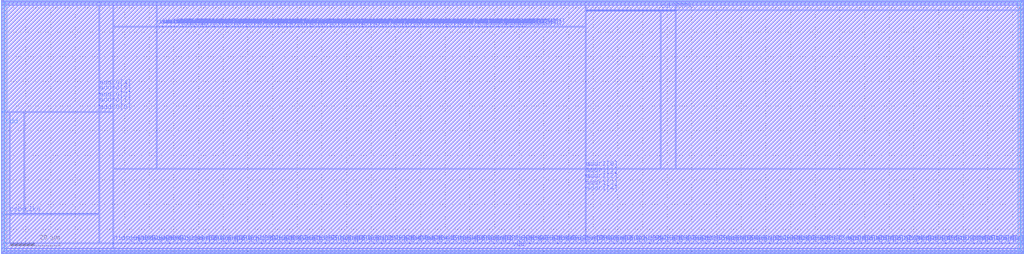
<source format=lef>
VERSION 5.4 ;
NAMESCASESENSITIVE ON ;
BUSBITCHARS "[]" ;
DIVIDERCHAR "/" ;
UNITS
  DATABASE MICRONS 2000 ;
END UNITS
MACRO freepdk45_sram_1w1r_31x128
   CLASS BLOCK ;
   SIZE 414.54 BY 103.18 ;
   SYMMETRY X Y R90 ;
   PIN din0[0]
      DIRECTION INPUT ;
      PORT
         LAYER metal3 ;
         RECT  45.425 4.2375 45.56 4.3725 ;
      END
   END din0[0]
   PIN din0[1]
      DIRECTION INPUT ;
      PORT
         LAYER metal3 ;
         RECT  48.285 4.2375 48.42 4.3725 ;
      END
   END din0[1]
   PIN din0[2]
      DIRECTION INPUT ;
      PORT
         LAYER metal3 ;
         RECT  51.145 4.2375 51.28 4.3725 ;
      END
   END din0[2]
   PIN din0[3]
      DIRECTION INPUT ;
      PORT
         LAYER metal3 ;
         RECT  54.005 4.2375 54.14 4.3725 ;
      END
   END din0[3]
   PIN din0[4]
      DIRECTION INPUT ;
      PORT
         LAYER metal3 ;
         RECT  56.865 4.2375 57.0 4.3725 ;
      END
   END din0[4]
   PIN din0[5]
      DIRECTION INPUT ;
      PORT
         LAYER metal3 ;
         RECT  59.725 4.2375 59.86 4.3725 ;
      END
   END din0[5]
   PIN din0[6]
      DIRECTION INPUT ;
      PORT
         LAYER metal3 ;
         RECT  62.585 4.2375 62.72 4.3725 ;
      END
   END din0[6]
   PIN din0[7]
      DIRECTION INPUT ;
      PORT
         LAYER metal3 ;
         RECT  65.445 4.2375 65.58 4.3725 ;
      END
   END din0[7]
   PIN din0[8]
      DIRECTION INPUT ;
      PORT
         LAYER metal3 ;
         RECT  68.305 4.2375 68.44 4.3725 ;
      END
   END din0[8]
   PIN din0[9]
      DIRECTION INPUT ;
      PORT
         LAYER metal3 ;
         RECT  71.165 4.2375 71.3 4.3725 ;
      END
   END din0[9]
   PIN din0[10]
      DIRECTION INPUT ;
      PORT
         LAYER metal3 ;
         RECT  74.025 4.2375 74.16 4.3725 ;
      END
   END din0[10]
   PIN din0[11]
      DIRECTION INPUT ;
      PORT
         LAYER metal3 ;
         RECT  76.885 4.2375 77.02 4.3725 ;
      END
   END din0[11]
   PIN din0[12]
      DIRECTION INPUT ;
      PORT
         LAYER metal3 ;
         RECT  79.745 4.2375 79.88 4.3725 ;
      END
   END din0[12]
   PIN din0[13]
      DIRECTION INPUT ;
      PORT
         LAYER metal3 ;
         RECT  82.605 4.2375 82.74 4.3725 ;
      END
   END din0[13]
   PIN din0[14]
      DIRECTION INPUT ;
      PORT
         LAYER metal3 ;
         RECT  85.465 4.2375 85.6 4.3725 ;
      END
   END din0[14]
   PIN din0[15]
      DIRECTION INPUT ;
      PORT
         LAYER metal3 ;
         RECT  88.325 4.2375 88.46 4.3725 ;
      END
   END din0[15]
   PIN din0[16]
      DIRECTION INPUT ;
      PORT
         LAYER metal3 ;
         RECT  91.185 4.2375 91.32 4.3725 ;
      END
   END din0[16]
   PIN din0[17]
      DIRECTION INPUT ;
      PORT
         LAYER metal3 ;
         RECT  94.045 4.2375 94.18 4.3725 ;
      END
   END din0[17]
   PIN din0[18]
      DIRECTION INPUT ;
      PORT
         LAYER metal3 ;
         RECT  96.905 4.2375 97.04 4.3725 ;
      END
   END din0[18]
   PIN din0[19]
      DIRECTION INPUT ;
      PORT
         LAYER metal3 ;
         RECT  99.765 4.2375 99.9 4.3725 ;
      END
   END din0[19]
   PIN din0[20]
      DIRECTION INPUT ;
      PORT
         LAYER metal3 ;
         RECT  102.625 4.2375 102.76 4.3725 ;
      END
   END din0[20]
   PIN din0[21]
      DIRECTION INPUT ;
      PORT
         LAYER metal3 ;
         RECT  105.485 4.2375 105.62 4.3725 ;
      END
   END din0[21]
   PIN din0[22]
      DIRECTION INPUT ;
      PORT
         LAYER metal3 ;
         RECT  108.345 4.2375 108.48 4.3725 ;
      END
   END din0[22]
   PIN din0[23]
      DIRECTION INPUT ;
      PORT
         LAYER metal3 ;
         RECT  111.205 4.2375 111.34 4.3725 ;
      END
   END din0[23]
   PIN din0[24]
      DIRECTION INPUT ;
      PORT
         LAYER metal3 ;
         RECT  114.065 4.2375 114.2 4.3725 ;
      END
   END din0[24]
   PIN din0[25]
      DIRECTION INPUT ;
      PORT
         LAYER metal3 ;
         RECT  116.925 4.2375 117.06 4.3725 ;
      END
   END din0[25]
   PIN din0[26]
      DIRECTION INPUT ;
      PORT
         LAYER metal3 ;
         RECT  119.785 4.2375 119.92 4.3725 ;
      END
   END din0[26]
   PIN din0[27]
      DIRECTION INPUT ;
      PORT
         LAYER metal3 ;
         RECT  122.645 4.2375 122.78 4.3725 ;
      END
   END din0[27]
   PIN din0[28]
      DIRECTION INPUT ;
      PORT
         LAYER metal3 ;
         RECT  125.505 4.2375 125.64 4.3725 ;
      END
   END din0[28]
   PIN din0[29]
      DIRECTION INPUT ;
      PORT
         LAYER metal3 ;
         RECT  128.365 4.2375 128.5 4.3725 ;
      END
   END din0[29]
   PIN din0[30]
      DIRECTION INPUT ;
      PORT
         LAYER metal3 ;
         RECT  131.225 4.2375 131.36 4.3725 ;
      END
   END din0[30]
   PIN din0[31]
      DIRECTION INPUT ;
      PORT
         LAYER metal3 ;
         RECT  134.085 4.2375 134.22 4.3725 ;
      END
   END din0[31]
   PIN din0[32]
      DIRECTION INPUT ;
      PORT
         LAYER metal3 ;
         RECT  136.945 4.2375 137.08 4.3725 ;
      END
   END din0[32]
   PIN din0[33]
      DIRECTION INPUT ;
      PORT
         LAYER metal3 ;
         RECT  139.805 4.2375 139.94 4.3725 ;
      END
   END din0[33]
   PIN din0[34]
      DIRECTION INPUT ;
      PORT
         LAYER metal3 ;
         RECT  142.665 4.2375 142.8 4.3725 ;
      END
   END din0[34]
   PIN din0[35]
      DIRECTION INPUT ;
      PORT
         LAYER metal3 ;
         RECT  145.525 4.2375 145.66 4.3725 ;
      END
   END din0[35]
   PIN din0[36]
      DIRECTION INPUT ;
      PORT
         LAYER metal3 ;
         RECT  148.385 4.2375 148.52 4.3725 ;
      END
   END din0[36]
   PIN din0[37]
      DIRECTION INPUT ;
      PORT
         LAYER metal3 ;
         RECT  151.245 4.2375 151.38 4.3725 ;
      END
   END din0[37]
   PIN din0[38]
      DIRECTION INPUT ;
      PORT
         LAYER metal3 ;
         RECT  154.105 4.2375 154.24 4.3725 ;
      END
   END din0[38]
   PIN din0[39]
      DIRECTION INPUT ;
      PORT
         LAYER metal3 ;
         RECT  156.965 4.2375 157.1 4.3725 ;
      END
   END din0[39]
   PIN din0[40]
      DIRECTION INPUT ;
      PORT
         LAYER metal3 ;
         RECT  159.825 4.2375 159.96 4.3725 ;
      END
   END din0[40]
   PIN din0[41]
      DIRECTION INPUT ;
      PORT
         LAYER metal3 ;
         RECT  162.685 4.2375 162.82 4.3725 ;
      END
   END din0[41]
   PIN din0[42]
      DIRECTION INPUT ;
      PORT
         LAYER metal3 ;
         RECT  165.545 4.2375 165.68 4.3725 ;
      END
   END din0[42]
   PIN din0[43]
      DIRECTION INPUT ;
      PORT
         LAYER metal3 ;
         RECT  168.405 4.2375 168.54 4.3725 ;
      END
   END din0[43]
   PIN din0[44]
      DIRECTION INPUT ;
      PORT
         LAYER metal3 ;
         RECT  171.265 4.2375 171.4 4.3725 ;
      END
   END din0[44]
   PIN din0[45]
      DIRECTION INPUT ;
      PORT
         LAYER metal3 ;
         RECT  174.125 4.2375 174.26 4.3725 ;
      END
   END din0[45]
   PIN din0[46]
      DIRECTION INPUT ;
      PORT
         LAYER metal3 ;
         RECT  176.985 4.2375 177.12 4.3725 ;
      END
   END din0[46]
   PIN din0[47]
      DIRECTION INPUT ;
      PORT
         LAYER metal3 ;
         RECT  179.845 4.2375 179.98 4.3725 ;
      END
   END din0[47]
   PIN din0[48]
      DIRECTION INPUT ;
      PORT
         LAYER metal3 ;
         RECT  182.705 4.2375 182.84 4.3725 ;
      END
   END din0[48]
   PIN din0[49]
      DIRECTION INPUT ;
      PORT
         LAYER metal3 ;
         RECT  185.565 4.2375 185.7 4.3725 ;
      END
   END din0[49]
   PIN din0[50]
      DIRECTION INPUT ;
      PORT
         LAYER metal3 ;
         RECT  188.425 4.2375 188.56 4.3725 ;
      END
   END din0[50]
   PIN din0[51]
      DIRECTION INPUT ;
      PORT
         LAYER metal3 ;
         RECT  191.285 4.2375 191.42 4.3725 ;
      END
   END din0[51]
   PIN din0[52]
      DIRECTION INPUT ;
      PORT
         LAYER metal3 ;
         RECT  194.145 4.2375 194.28 4.3725 ;
      END
   END din0[52]
   PIN din0[53]
      DIRECTION INPUT ;
      PORT
         LAYER metal3 ;
         RECT  197.005 4.2375 197.14 4.3725 ;
      END
   END din0[53]
   PIN din0[54]
      DIRECTION INPUT ;
      PORT
         LAYER metal3 ;
         RECT  199.865 4.2375 200.0 4.3725 ;
      END
   END din0[54]
   PIN din0[55]
      DIRECTION INPUT ;
      PORT
         LAYER metal3 ;
         RECT  202.725 4.2375 202.86 4.3725 ;
      END
   END din0[55]
   PIN din0[56]
      DIRECTION INPUT ;
      PORT
         LAYER metal3 ;
         RECT  205.585 4.2375 205.72 4.3725 ;
      END
   END din0[56]
   PIN din0[57]
      DIRECTION INPUT ;
      PORT
         LAYER metal3 ;
         RECT  208.445 4.2375 208.58 4.3725 ;
      END
   END din0[57]
   PIN din0[58]
      DIRECTION INPUT ;
      PORT
         LAYER metal3 ;
         RECT  211.305 4.2375 211.44 4.3725 ;
      END
   END din0[58]
   PIN din0[59]
      DIRECTION INPUT ;
      PORT
         LAYER metal3 ;
         RECT  214.165 4.2375 214.3 4.3725 ;
      END
   END din0[59]
   PIN din0[60]
      DIRECTION INPUT ;
      PORT
         LAYER metal3 ;
         RECT  217.025 4.2375 217.16 4.3725 ;
      END
   END din0[60]
   PIN din0[61]
      DIRECTION INPUT ;
      PORT
         LAYER metal3 ;
         RECT  219.885 4.2375 220.02 4.3725 ;
      END
   END din0[61]
   PIN din0[62]
      DIRECTION INPUT ;
      PORT
         LAYER metal3 ;
         RECT  222.745 4.2375 222.88 4.3725 ;
      END
   END din0[62]
   PIN din0[63]
      DIRECTION INPUT ;
      PORT
         LAYER metal3 ;
         RECT  225.605 4.2375 225.74 4.3725 ;
      END
   END din0[63]
   PIN din0[64]
      DIRECTION INPUT ;
      PORT
         LAYER metal3 ;
         RECT  228.465 4.2375 228.6 4.3725 ;
      END
   END din0[64]
   PIN din0[65]
      DIRECTION INPUT ;
      PORT
         LAYER metal3 ;
         RECT  231.325 4.2375 231.46 4.3725 ;
      END
   END din0[65]
   PIN din0[66]
      DIRECTION INPUT ;
      PORT
         LAYER metal3 ;
         RECT  234.185 4.2375 234.32 4.3725 ;
      END
   END din0[66]
   PIN din0[67]
      DIRECTION INPUT ;
      PORT
         LAYER metal3 ;
         RECT  237.045 4.2375 237.18 4.3725 ;
      END
   END din0[67]
   PIN din0[68]
      DIRECTION INPUT ;
      PORT
         LAYER metal3 ;
         RECT  239.905 4.2375 240.04 4.3725 ;
      END
   END din0[68]
   PIN din0[69]
      DIRECTION INPUT ;
      PORT
         LAYER metal3 ;
         RECT  242.765 4.2375 242.9 4.3725 ;
      END
   END din0[69]
   PIN din0[70]
      DIRECTION INPUT ;
      PORT
         LAYER metal3 ;
         RECT  245.625 4.2375 245.76 4.3725 ;
      END
   END din0[70]
   PIN din0[71]
      DIRECTION INPUT ;
      PORT
         LAYER metal3 ;
         RECT  248.485 4.2375 248.62 4.3725 ;
      END
   END din0[71]
   PIN din0[72]
      DIRECTION INPUT ;
      PORT
         LAYER metal3 ;
         RECT  251.345 4.2375 251.48 4.3725 ;
      END
   END din0[72]
   PIN din0[73]
      DIRECTION INPUT ;
      PORT
         LAYER metal3 ;
         RECT  254.205 4.2375 254.34 4.3725 ;
      END
   END din0[73]
   PIN din0[74]
      DIRECTION INPUT ;
      PORT
         LAYER metal3 ;
         RECT  257.065 4.2375 257.2 4.3725 ;
      END
   END din0[74]
   PIN din0[75]
      DIRECTION INPUT ;
      PORT
         LAYER metal3 ;
         RECT  259.925 4.2375 260.06 4.3725 ;
      END
   END din0[75]
   PIN din0[76]
      DIRECTION INPUT ;
      PORT
         LAYER metal3 ;
         RECT  262.785 4.2375 262.92 4.3725 ;
      END
   END din0[76]
   PIN din0[77]
      DIRECTION INPUT ;
      PORT
         LAYER metal3 ;
         RECT  265.645 4.2375 265.78 4.3725 ;
      END
   END din0[77]
   PIN din0[78]
      DIRECTION INPUT ;
      PORT
         LAYER metal3 ;
         RECT  268.505 4.2375 268.64 4.3725 ;
      END
   END din0[78]
   PIN din0[79]
      DIRECTION INPUT ;
      PORT
         LAYER metal3 ;
         RECT  271.365 4.2375 271.5 4.3725 ;
      END
   END din0[79]
   PIN din0[80]
      DIRECTION INPUT ;
      PORT
         LAYER metal3 ;
         RECT  274.225 4.2375 274.36 4.3725 ;
      END
   END din0[80]
   PIN din0[81]
      DIRECTION INPUT ;
      PORT
         LAYER metal3 ;
         RECT  277.085 4.2375 277.22 4.3725 ;
      END
   END din0[81]
   PIN din0[82]
      DIRECTION INPUT ;
      PORT
         LAYER metal3 ;
         RECT  279.945 4.2375 280.08 4.3725 ;
      END
   END din0[82]
   PIN din0[83]
      DIRECTION INPUT ;
      PORT
         LAYER metal3 ;
         RECT  282.805 4.2375 282.94 4.3725 ;
      END
   END din0[83]
   PIN din0[84]
      DIRECTION INPUT ;
      PORT
         LAYER metal3 ;
         RECT  285.665 4.2375 285.8 4.3725 ;
      END
   END din0[84]
   PIN din0[85]
      DIRECTION INPUT ;
      PORT
         LAYER metal3 ;
         RECT  288.525 4.2375 288.66 4.3725 ;
      END
   END din0[85]
   PIN din0[86]
      DIRECTION INPUT ;
      PORT
         LAYER metal3 ;
         RECT  291.385 4.2375 291.52 4.3725 ;
      END
   END din0[86]
   PIN din0[87]
      DIRECTION INPUT ;
      PORT
         LAYER metal3 ;
         RECT  294.245 4.2375 294.38 4.3725 ;
      END
   END din0[87]
   PIN din0[88]
      DIRECTION INPUT ;
      PORT
         LAYER metal3 ;
         RECT  297.105 4.2375 297.24 4.3725 ;
      END
   END din0[88]
   PIN din0[89]
      DIRECTION INPUT ;
      PORT
         LAYER metal3 ;
         RECT  299.965 4.2375 300.1 4.3725 ;
      END
   END din0[89]
   PIN din0[90]
      DIRECTION INPUT ;
      PORT
         LAYER metal3 ;
         RECT  302.825 4.2375 302.96 4.3725 ;
      END
   END din0[90]
   PIN din0[91]
      DIRECTION INPUT ;
      PORT
         LAYER metal3 ;
         RECT  305.685 4.2375 305.82 4.3725 ;
      END
   END din0[91]
   PIN din0[92]
      DIRECTION INPUT ;
      PORT
         LAYER metal3 ;
         RECT  308.545 4.2375 308.68 4.3725 ;
      END
   END din0[92]
   PIN din0[93]
      DIRECTION INPUT ;
      PORT
         LAYER metal3 ;
         RECT  311.405 4.2375 311.54 4.3725 ;
      END
   END din0[93]
   PIN din0[94]
      DIRECTION INPUT ;
      PORT
         LAYER metal3 ;
         RECT  314.265 4.2375 314.4 4.3725 ;
      END
   END din0[94]
   PIN din0[95]
      DIRECTION INPUT ;
      PORT
         LAYER metal3 ;
         RECT  317.125 4.2375 317.26 4.3725 ;
      END
   END din0[95]
   PIN din0[96]
      DIRECTION INPUT ;
      PORT
         LAYER metal3 ;
         RECT  319.985 4.2375 320.12 4.3725 ;
      END
   END din0[96]
   PIN din0[97]
      DIRECTION INPUT ;
      PORT
         LAYER metal3 ;
         RECT  322.845 4.2375 322.98 4.3725 ;
      END
   END din0[97]
   PIN din0[98]
      DIRECTION INPUT ;
      PORT
         LAYER metal3 ;
         RECT  325.705 4.2375 325.84 4.3725 ;
      END
   END din0[98]
   PIN din0[99]
      DIRECTION INPUT ;
      PORT
         LAYER metal3 ;
         RECT  328.565 4.2375 328.7 4.3725 ;
      END
   END din0[99]
   PIN din0[100]
      DIRECTION INPUT ;
      PORT
         LAYER metal3 ;
         RECT  331.425 4.2375 331.56 4.3725 ;
      END
   END din0[100]
   PIN din0[101]
      DIRECTION INPUT ;
      PORT
         LAYER metal3 ;
         RECT  334.285 4.2375 334.42 4.3725 ;
      END
   END din0[101]
   PIN din0[102]
      DIRECTION INPUT ;
      PORT
         LAYER metal3 ;
         RECT  337.145 4.2375 337.28 4.3725 ;
      END
   END din0[102]
   PIN din0[103]
      DIRECTION INPUT ;
      PORT
         LAYER metal3 ;
         RECT  340.005 4.2375 340.14 4.3725 ;
      END
   END din0[103]
   PIN din0[104]
      DIRECTION INPUT ;
      PORT
         LAYER metal3 ;
         RECT  342.865 4.2375 343.0 4.3725 ;
      END
   END din0[104]
   PIN din0[105]
      DIRECTION INPUT ;
      PORT
         LAYER metal3 ;
         RECT  345.725 4.2375 345.86 4.3725 ;
      END
   END din0[105]
   PIN din0[106]
      DIRECTION INPUT ;
      PORT
         LAYER metal3 ;
         RECT  348.585 4.2375 348.72 4.3725 ;
      END
   END din0[106]
   PIN din0[107]
      DIRECTION INPUT ;
      PORT
         LAYER metal3 ;
         RECT  351.445 4.2375 351.58 4.3725 ;
      END
   END din0[107]
   PIN din0[108]
      DIRECTION INPUT ;
      PORT
         LAYER metal3 ;
         RECT  354.305 4.2375 354.44 4.3725 ;
      END
   END din0[108]
   PIN din0[109]
      DIRECTION INPUT ;
      PORT
         LAYER metal3 ;
         RECT  357.165 4.2375 357.3 4.3725 ;
      END
   END din0[109]
   PIN din0[110]
      DIRECTION INPUT ;
      PORT
         LAYER metal3 ;
         RECT  360.025 4.2375 360.16 4.3725 ;
      END
   END din0[110]
   PIN din0[111]
      DIRECTION INPUT ;
      PORT
         LAYER metal3 ;
         RECT  362.885 4.2375 363.02 4.3725 ;
      END
   END din0[111]
   PIN din0[112]
      DIRECTION INPUT ;
      PORT
         LAYER metal3 ;
         RECT  365.745 4.2375 365.88 4.3725 ;
      END
   END din0[112]
   PIN din0[113]
      DIRECTION INPUT ;
      PORT
         LAYER metal3 ;
         RECT  368.605 4.2375 368.74 4.3725 ;
      END
   END din0[113]
   PIN din0[114]
      DIRECTION INPUT ;
      PORT
         LAYER metal3 ;
         RECT  371.465 4.2375 371.6 4.3725 ;
      END
   END din0[114]
   PIN din0[115]
      DIRECTION INPUT ;
      PORT
         LAYER metal3 ;
         RECT  374.325 4.2375 374.46 4.3725 ;
      END
   END din0[115]
   PIN din0[116]
      DIRECTION INPUT ;
      PORT
         LAYER metal3 ;
         RECT  377.185 4.2375 377.32 4.3725 ;
      END
   END din0[116]
   PIN din0[117]
      DIRECTION INPUT ;
      PORT
         LAYER metal3 ;
         RECT  380.045 4.2375 380.18 4.3725 ;
      END
   END din0[117]
   PIN din0[118]
      DIRECTION INPUT ;
      PORT
         LAYER metal3 ;
         RECT  382.905 4.2375 383.04 4.3725 ;
      END
   END din0[118]
   PIN din0[119]
      DIRECTION INPUT ;
      PORT
         LAYER metal3 ;
         RECT  385.765 4.2375 385.9 4.3725 ;
      END
   END din0[119]
   PIN din0[120]
      DIRECTION INPUT ;
      PORT
         LAYER metal3 ;
         RECT  388.625 4.2375 388.76 4.3725 ;
      END
   END din0[120]
   PIN din0[121]
      DIRECTION INPUT ;
      PORT
         LAYER metal3 ;
         RECT  391.485 4.2375 391.62 4.3725 ;
      END
   END din0[121]
   PIN din0[122]
      DIRECTION INPUT ;
      PORT
         LAYER metal3 ;
         RECT  394.345 4.2375 394.48 4.3725 ;
      END
   END din0[122]
   PIN din0[123]
      DIRECTION INPUT ;
      PORT
         LAYER metal3 ;
         RECT  397.205 4.2375 397.34 4.3725 ;
      END
   END din0[123]
   PIN din0[124]
      DIRECTION INPUT ;
      PORT
         LAYER metal3 ;
         RECT  400.065 4.2375 400.2 4.3725 ;
      END
   END din0[124]
   PIN din0[125]
      DIRECTION INPUT ;
      PORT
         LAYER metal3 ;
         RECT  402.925 4.2375 403.06 4.3725 ;
      END
   END din0[125]
   PIN din0[126]
      DIRECTION INPUT ;
      PORT
         LAYER metal3 ;
         RECT  405.785 4.2375 405.92 4.3725 ;
      END
   END din0[126]
   PIN din0[127]
      DIRECTION INPUT ;
      PORT
         LAYER metal3 ;
         RECT  408.645 4.2375 408.78 4.3725 ;
      END
   END din0[127]
   PIN addr0[0]
      DIRECTION INPUT ;
      PORT
         LAYER metal3 ;
         RECT  39.705 57.5625 39.84 57.6975 ;
      END
   END addr0[0]
   PIN addr0[1]
      DIRECTION INPUT ;
      PORT
         LAYER metal3 ;
         RECT  39.705 60.2925 39.84 60.4275 ;
      END
   END addr0[1]
   PIN addr0[2]
      DIRECTION INPUT ;
      PORT
         LAYER metal3 ;
         RECT  39.705 62.5025 39.84 62.6375 ;
      END
   END addr0[2]
   PIN addr0[3]
      DIRECTION INPUT ;
      PORT
         LAYER metal3 ;
         RECT  39.705 65.2325 39.84 65.3675 ;
      END
   END addr0[3]
   PIN addr0[4]
      DIRECTION INPUT ;
      PORT
         LAYER metal3 ;
         RECT  39.705 67.4425 39.84 67.5775 ;
      END
   END addr0[4]
   PIN addr1[0]
      DIRECTION INPUT ;
      PORT
         LAYER metal3 ;
         RECT  236.945 34.4225 237.08 34.5575 ;
      END
   END addr1[0]
   PIN addr1[1]
      DIRECTION INPUT ;
      PORT
         LAYER metal3 ;
         RECT  236.945 31.6925 237.08 31.8275 ;
      END
   END addr1[1]
   PIN addr1[2]
      DIRECTION INPUT ;
      PORT
         LAYER metal3 ;
         RECT  236.945 29.4825 237.08 29.6175 ;
      END
   END addr1[2]
   PIN addr1[3]
      DIRECTION INPUT ;
      PORT
         LAYER metal3 ;
         RECT  236.945 26.7525 237.08 26.8875 ;
      END
   END addr1[3]
   PIN addr1[4]
      DIRECTION INPUT ;
      PORT
         LAYER metal3 ;
         RECT  236.945 24.5425 237.08 24.6775 ;
      END
   END addr1[4]
   PIN csb0
      DIRECTION INPUT ;
      PORT
         LAYER metal3 ;
         RECT  3.32 15.9625 3.455 16.0975 ;
      END
   END csb0
   PIN csb1
      DIRECTION INPUT ;
      PORT
         LAYER metal3 ;
         RECT  273.47 98.7875 273.605 98.9225 ;
      END
   END csb1
   PIN clk0
      DIRECTION INPUT ;
      PORT
         LAYER metal3 ;
         RECT  9.2825 16.0475 9.4175 16.1825 ;
      END
   END clk0
   PIN clk1
      DIRECTION INPUT ;
      PORT
         LAYER metal3 ;
         RECT  267.3675 98.7025 267.5025 98.8375 ;
      END
   END clk1
   PIN dout1[0]
      DIRECTION OUTPUT ;
      PORT
         LAYER metal3 ;
         RECT  63.0625 92.08 63.1975 92.215 ;
      END
   END dout1[0]
   PIN dout1[1]
      DIRECTION OUTPUT ;
      PORT
         LAYER metal3 ;
         RECT  64.2375 92.08 64.3725 92.215 ;
      END
   END dout1[1]
   PIN dout1[2]
      DIRECTION OUTPUT ;
      PORT
         LAYER metal3 ;
         RECT  65.4125 92.08 65.5475 92.215 ;
      END
   END dout1[2]
   PIN dout1[3]
      DIRECTION OUTPUT ;
      PORT
         LAYER metal3 ;
         RECT  66.5875 92.08 66.7225 92.215 ;
      END
   END dout1[3]
   PIN dout1[4]
      DIRECTION OUTPUT ;
      PORT
         LAYER metal3 ;
         RECT  67.7625 92.08 67.8975 92.215 ;
      END
   END dout1[4]
   PIN dout1[5]
      DIRECTION OUTPUT ;
      PORT
         LAYER metal3 ;
         RECT  68.9375 92.08 69.0725 92.215 ;
      END
   END dout1[5]
   PIN dout1[6]
      DIRECTION OUTPUT ;
      PORT
         LAYER metal3 ;
         RECT  70.1125 92.08 70.2475 92.215 ;
      END
   END dout1[6]
   PIN dout1[7]
      DIRECTION OUTPUT ;
      PORT
         LAYER metal3 ;
         RECT  71.2875 92.08 71.4225 92.215 ;
      END
   END dout1[7]
   PIN dout1[8]
      DIRECTION OUTPUT ;
      PORT
         LAYER metal3 ;
         RECT  72.4625 92.08 72.5975 92.215 ;
      END
   END dout1[8]
   PIN dout1[9]
      DIRECTION OUTPUT ;
      PORT
         LAYER metal3 ;
         RECT  73.6375 92.08 73.7725 92.215 ;
      END
   END dout1[9]
   PIN dout1[10]
      DIRECTION OUTPUT ;
      PORT
         LAYER metal3 ;
         RECT  74.8125 92.08 74.9475 92.215 ;
      END
   END dout1[10]
   PIN dout1[11]
      DIRECTION OUTPUT ;
      PORT
         LAYER metal3 ;
         RECT  75.9875 92.08 76.1225 92.215 ;
      END
   END dout1[11]
   PIN dout1[12]
      DIRECTION OUTPUT ;
      PORT
         LAYER metal3 ;
         RECT  77.1625 92.08 77.2975 92.215 ;
      END
   END dout1[12]
   PIN dout1[13]
      DIRECTION OUTPUT ;
      PORT
         LAYER metal3 ;
         RECT  78.3375 92.08 78.4725 92.215 ;
      END
   END dout1[13]
   PIN dout1[14]
      DIRECTION OUTPUT ;
      PORT
         LAYER metal3 ;
         RECT  79.5125 92.08 79.6475 92.215 ;
      END
   END dout1[14]
   PIN dout1[15]
      DIRECTION OUTPUT ;
      PORT
         LAYER metal3 ;
         RECT  80.6875 92.08 80.8225 92.215 ;
      END
   END dout1[15]
   PIN dout1[16]
      DIRECTION OUTPUT ;
      PORT
         LAYER metal3 ;
         RECT  81.8625 92.08 81.9975 92.215 ;
      END
   END dout1[16]
   PIN dout1[17]
      DIRECTION OUTPUT ;
      PORT
         LAYER metal3 ;
         RECT  83.0375 92.08 83.1725 92.215 ;
      END
   END dout1[17]
   PIN dout1[18]
      DIRECTION OUTPUT ;
      PORT
         LAYER metal3 ;
         RECT  84.2125 92.08 84.3475 92.215 ;
      END
   END dout1[18]
   PIN dout1[19]
      DIRECTION OUTPUT ;
      PORT
         LAYER metal3 ;
         RECT  85.3875 92.08 85.5225 92.215 ;
      END
   END dout1[19]
   PIN dout1[20]
      DIRECTION OUTPUT ;
      PORT
         LAYER metal3 ;
         RECT  86.5625 92.08 86.6975 92.215 ;
      END
   END dout1[20]
   PIN dout1[21]
      DIRECTION OUTPUT ;
      PORT
         LAYER metal3 ;
         RECT  87.7375 92.08 87.8725 92.215 ;
      END
   END dout1[21]
   PIN dout1[22]
      DIRECTION OUTPUT ;
      PORT
         LAYER metal3 ;
         RECT  88.9125 92.08 89.0475 92.215 ;
      END
   END dout1[22]
   PIN dout1[23]
      DIRECTION OUTPUT ;
      PORT
         LAYER metal3 ;
         RECT  90.0875 92.08 90.2225 92.215 ;
      END
   END dout1[23]
   PIN dout1[24]
      DIRECTION OUTPUT ;
      PORT
         LAYER metal3 ;
         RECT  91.2625 92.08 91.3975 92.215 ;
      END
   END dout1[24]
   PIN dout1[25]
      DIRECTION OUTPUT ;
      PORT
         LAYER metal3 ;
         RECT  92.4375 92.08 92.5725 92.215 ;
      END
   END dout1[25]
   PIN dout1[26]
      DIRECTION OUTPUT ;
      PORT
         LAYER metal3 ;
         RECT  93.6125 92.08 93.7475 92.215 ;
      END
   END dout1[26]
   PIN dout1[27]
      DIRECTION OUTPUT ;
      PORT
         LAYER metal3 ;
         RECT  94.7875 92.08 94.9225 92.215 ;
      END
   END dout1[27]
   PIN dout1[28]
      DIRECTION OUTPUT ;
      PORT
         LAYER metal3 ;
         RECT  95.9625 92.08 96.0975 92.215 ;
      END
   END dout1[28]
   PIN dout1[29]
      DIRECTION OUTPUT ;
      PORT
         LAYER metal3 ;
         RECT  97.1375 92.08 97.2725 92.215 ;
      END
   END dout1[29]
   PIN dout1[30]
      DIRECTION OUTPUT ;
      PORT
         LAYER metal3 ;
         RECT  98.3125 92.08 98.4475 92.215 ;
      END
   END dout1[30]
   PIN dout1[31]
      DIRECTION OUTPUT ;
      PORT
         LAYER metal3 ;
         RECT  99.4875 92.08 99.6225 92.215 ;
      END
   END dout1[31]
   PIN dout1[32]
      DIRECTION OUTPUT ;
      PORT
         LAYER metal3 ;
         RECT  100.6625 92.08 100.7975 92.215 ;
      END
   END dout1[32]
   PIN dout1[33]
      DIRECTION OUTPUT ;
      PORT
         LAYER metal3 ;
         RECT  101.8375 92.08 101.9725 92.215 ;
      END
   END dout1[33]
   PIN dout1[34]
      DIRECTION OUTPUT ;
      PORT
         LAYER metal3 ;
         RECT  103.0125 92.08 103.1475 92.215 ;
      END
   END dout1[34]
   PIN dout1[35]
      DIRECTION OUTPUT ;
      PORT
         LAYER metal3 ;
         RECT  104.1875 92.08 104.3225 92.215 ;
      END
   END dout1[35]
   PIN dout1[36]
      DIRECTION OUTPUT ;
      PORT
         LAYER metal3 ;
         RECT  105.3625 92.08 105.4975 92.215 ;
      END
   END dout1[36]
   PIN dout1[37]
      DIRECTION OUTPUT ;
      PORT
         LAYER metal3 ;
         RECT  106.5375 92.08 106.6725 92.215 ;
      END
   END dout1[37]
   PIN dout1[38]
      DIRECTION OUTPUT ;
      PORT
         LAYER metal3 ;
         RECT  107.7125 92.08 107.8475 92.215 ;
      END
   END dout1[38]
   PIN dout1[39]
      DIRECTION OUTPUT ;
      PORT
         LAYER metal3 ;
         RECT  108.8875 92.08 109.0225 92.215 ;
      END
   END dout1[39]
   PIN dout1[40]
      DIRECTION OUTPUT ;
      PORT
         LAYER metal3 ;
         RECT  110.0625 92.08 110.1975 92.215 ;
      END
   END dout1[40]
   PIN dout1[41]
      DIRECTION OUTPUT ;
      PORT
         LAYER metal3 ;
         RECT  111.2375 92.08 111.3725 92.215 ;
      END
   END dout1[41]
   PIN dout1[42]
      DIRECTION OUTPUT ;
      PORT
         LAYER metal3 ;
         RECT  112.4125 92.08 112.5475 92.215 ;
      END
   END dout1[42]
   PIN dout1[43]
      DIRECTION OUTPUT ;
      PORT
         LAYER metal3 ;
         RECT  113.5875 92.08 113.7225 92.215 ;
      END
   END dout1[43]
   PIN dout1[44]
      DIRECTION OUTPUT ;
      PORT
         LAYER metal3 ;
         RECT  114.7625 92.08 114.8975 92.215 ;
      END
   END dout1[44]
   PIN dout1[45]
      DIRECTION OUTPUT ;
      PORT
         LAYER metal3 ;
         RECT  115.9375 92.08 116.0725 92.215 ;
      END
   END dout1[45]
   PIN dout1[46]
      DIRECTION OUTPUT ;
      PORT
         LAYER metal3 ;
         RECT  117.1125 92.08 117.2475 92.215 ;
      END
   END dout1[46]
   PIN dout1[47]
      DIRECTION OUTPUT ;
      PORT
         LAYER metal3 ;
         RECT  118.2875 92.08 118.4225 92.215 ;
      END
   END dout1[47]
   PIN dout1[48]
      DIRECTION OUTPUT ;
      PORT
         LAYER metal3 ;
         RECT  119.4625 92.08 119.5975 92.215 ;
      END
   END dout1[48]
   PIN dout1[49]
      DIRECTION OUTPUT ;
      PORT
         LAYER metal3 ;
         RECT  120.6375 92.08 120.7725 92.215 ;
      END
   END dout1[49]
   PIN dout1[50]
      DIRECTION OUTPUT ;
      PORT
         LAYER metal3 ;
         RECT  121.8125 92.08 121.9475 92.215 ;
      END
   END dout1[50]
   PIN dout1[51]
      DIRECTION OUTPUT ;
      PORT
         LAYER metal3 ;
         RECT  122.9875 92.08 123.1225 92.215 ;
      END
   END dout1[51]
   PIN dout1[52]
      DIRECTION OUTPUT ;
      PORT
         LAYER metal3 ;
         RECT  124.1625 92.08 124.2975 92.215 ;
      END
   END dout1[52]
   PIN dout1[53]
      DIRECTION OUTPUT ;
      PORT
         LAYER metal3 ;
         RECT  125.3375 92.08 125.4725 92.215 ;
      END
   END dout1[53]
   PIN dout1[54]
      DIRECTION OUTPUT ;
      PORT
         LAYER metal3 ;
         RECT  126.5125 92.08 126.6475 92.215 ;
      END
   END dout1[54]
   PIN dout1[55]
      DIRECTION OUTPUT ;
      PORT
         LAYER metal3 ;
         RECT  127.6875 92.08 127.8225 92.215 ;
      END
   END dout1[55]
   PIN dout1[56]
      DIRECTION OUTPUT ;
      PORT
         LAYER metal3 ;
         RECT  128.8625 92.08 128.9975 92.215 ;
      END
   END dout1[56]
   PIN dout1[57]
      DIRECTION OUTPUT ;
      PORT
         LAYER metal3 ;
         RECT  130.0375 92.08 130.1725 92.215 ;
      END
   END dout1[57]
   PIN dout1[58]
      DIRECTION OUTPUT ;
      PORT
         LAYER metal3 ;
         RECT  131.2125 92.08 131.3475 92.215 ;
      END
   END dout1[58]
   PIN dout1[59]
      DIRECTION OUTPUT ;
      PORT
         LAYER metal3 ;
         RECT  132.3875 92.08 132.5225 92.215 ;
      END
   END dout1[59]
   PIN dout1[60]
      DIRECTION OUTPUT ;
      PORT
         LAYER metal3 ;
         RECT  133.5625 92.08 133.6975 92.215 ;
      END
   END dout1[60]
   PIN dout1[61]
      DIRECTION OUTPUT ;
      PORT
         LAYER metal3 ;
         RECT  134.7375 92.08 134.8725 92.215 ;
      END
   END dout1[61]
   PIN dout1[62]
      DIRECTION OUTPUT ;
      PORT
         LAYER metal3 ;
         RECT  135.9125 92.08 136.0475 92.215 ;
      END
   END dout1[62]
   PIN dout1[63]
      DIRECTION OUTPUT ;
      PORT
         LAYER metal3 ;
         RECT  137.0875 92.08 137.2225 92.215 ;
      END
   END dout1[63]
   PIN dout1[64]
      DIRECTION OUTPUT ;
      PORT
         LAYER metal3 ;
         RECT  138.2625 92.08 138.3975 92.215 ;
      END
   END dout1[64]
   PIN dout1[65]
      DIRECTION OUTPUT ;
      PORT
         LAYER metal3 ;
         RECT  139.4375 92.08 139.5725 92.215 ;
      END
   END dout1[65]
   PIN dout1[66]
      DIRECTION OUTPUT ;
      PORT
         LAYER metal3 ;
         RECT  140.6125 92.08 140.7475 92.215 ;
      END
   END dout1[66]
   PIN dout1[67]
      DIRECTION OUTPUT ;
      PORT
         LAYER metal3 ;
         RECT  141.7875 92.08 141.9225 92.215 ;
      END
   END dout1[67]
   PIN dout1[68]
      DIRECTION OUTPUT ;
      PORT
         LAYER metal3 ;
         RECT  142.9625 92.08 143.0975 92.215 ;
      END
   END dout1[68]
   PIN dout1[69]
      DIRECTION OUTPUT ;
      PORT
         LAYER metal3 ;
         RECT  144.1375 92.08 144.2725 92.215 ;
      END
   END dout1[69]
   PIN dout1[70]
      DIRECTION OUTPUT ;
      PORT
         LAYER metal3 ;
         RECT  145.3125 92.08 145.4475 92.215 ;
      END
   END dout1[70]
   PIN dout1[71]
      DIRECTION OUTPUT ;
      PORT
         LAYER metal3 ;
         RECT  146.4875 92.08 146.6225 92.215 ;
      END
   END dout1[71]
   PIN dout1[72]
      DIRECTION OUTPUT ;
      PORT
         LAYER metal3 ;
         RECT  147.6625 92.08 147.7975 92.215 ;
      END
   END dout1[72]
   PIN dout1[73]
      DIRECTION OUTPUT ;
      PORT
         LAYER metal3 ;
         RECT  148.8375 92.08 148.9725 92.215 ;
      END
   END dout1[73]
   PIN dout1[74]
      DIRECTION OUTPUT ;
      PORT
         LAYER metal3 ;
         RECT  150.0125 92.08 150.1475 92.215 ;
      END
   END dout1[74]
   PIN dout1[75]
      DIRECTION OUTPUT ;
      PORT
         LAYER metal3 ;
         RECT  151.1875 92.08 151.3225 92.215 ;
      END
   END dout1[75]
   PIN dout1[76]
      DIRECTION OUTPUT ;
      PORT
         LAYER metal3 ;
         RECT  152.3625 92.08 152.4975 92.215 ;
      END
   END dout1[76]
   PIN dout1[77]
      DIRECTION OUTPUT ;
      PORT
         LAYER metal3 ;
         RECT  153.5375 92.08 153.6725 92.215 ;
      END
   END dout1[77]
   PIN dout1[78]
      DIRECTION OUTPUT ;
      PORT
         LAYER metal3 ;
         RECT  154.7125 92.08 154.8475 92.215 ;
      END
   END dout1[78]
   PIN dout1[79]
      DIRECTION OUTPUT ;
      PORT
         LAYER metal3 ;
         RECT  155.8875 92.08 156.0225 92.215 ;
      END
   END dout1[79]
   PIN dout1[80]
      DIRECTION OUTPUT ;
      PORT
         LAYER metal3 ;
         RECT  157.0625 92.08 157.1975 92.215 ;
      END
   END dout1[80]
   PIN dout1[81]
      DIRECTION OUTPUT ;
      PORT
         LAYER metal3 ;
         RECT  158.2375 92.08 158.3725 92.215 ;
      END
   END dout1[81]
   PIN dout1[82]
      DIRECTION OUTPUT ;
      PORT
         LAYER metal3 ;
         RECT  159.4125 92.08 159.5475 92.215 ;
      END
   END dout1[82]
   PIN dout1[83]
      DIRECTION OUTPUT ;
      PORT
         LAYER metal3 ;
         RECT  160.5875 92.08 160.7225 92.215 ;
      END
   END dout1[83]
   PIN dout1[84]
      DIRECTION OUTPUT ;
      PORT
         LAYER metal3 ;
         RECT  161.7625 92.08 161.8975 92.215 ;
      END
   END dout1[84]
   PIN dout1[85]
      DIRECTION OUTPUT ;
      PORT
         LAYER metal3 ;
         RECT  162.9375 92.08 163.0725 92.215 ;
      END
   END dout1[85]
   PIN dout1[86]
      DIRECTION OUTPUT ;
      PORT
         LAYER metal3 ;
         RECT  164.1125 92.08 164.2475 92.215 ;
      END
   END dout1[86]
   PIN dout1[87]
      DIRECTION OUTPUT ;
      PORT
         LAYER metal3 ;
         RECT  165.2875 92.08 165.4225 92.215 ;
      END
   END dout1[87]
   PIN dout1[88]
      DIRECTION OUTPUT ;
      PORT
         LAYER metal3 ;
         RECT  166.4625 92.08 166.5975 92.215 ;
      END
   END dout1[88]
   PIN dout1[89]
      DIRECTION OUTPUT ;
      PORT
         LAYER metal3 ;
         RECT  167.6375 92.08 167.7725 92.215 ;
      END
   END dout1[89]
   PIN dout1[90]
      DIRECTION OUTPUT ;
      PORT
         LAYER metal3 ;
         RECT  168.8125 92.08 168.9475 92.215 ;
      END
   END dout1[90]
   PIN dout1[91]
      DIRECTION OUTPUT ;
      PORT
         LAYER metal3 ;
         RECT  169.9875 92.08 170.1225 92.215 ;
      END
   END dout1[91]
   PIN dout1[92]
      DIRECTION OUTPUT ;
      PORT
         LAYER metal3 ;
         RECT  171.1625 92.08 171.2975 92.215 ;
      END
   END dout1[92]
   PIN dout1[93]
      DIRECTION OUTPUT ;
      PORT
         LAYER metal3 ;
         RECT  172.3375 92.08 172.4725 92.215 ;
      END
   END dout1[93]
   PIN dout1[94]
      DIRECTION OUTPUT ;
      PORT
         LAYER metal3 ;
         RECT  173.5125 92.08 173.6475 92.215 ;
      END
   END dout1[94]
   PIN dout1[95]
      DIRECTION OUTPUT ;
      PORT
         LAYER metal3 ;
         RECT  174.6875 92.08 174.8225 92.215 ;
      END
   END dout1[95]
   PIN dout1[96]
      DIRECTION OUTPUT ;
      PORT
         LAYER metal3 ;
         RECT  175.8625 92.08 175.9975 92.215 ;
      END
   END dout1[96]
   PIN dout1[97]
      DIRECTION OUTPUT ;
      PORT
         LAYER metal3 ;
         RECT  177.0375 92.08 177.1725 92.215 ;
      END
   END dout1[97]
   PIN dout1[98]
      DIRECTION OUTPUT ;
      PORT
         LAYER metal3 ;
         RECT  178.2125 92.08 178.3475 92.215 ;
      END
   END dout1[98]
   PIN dout1[99]
      DIRECTION OUTPUT ;
      PORT
         LAYER metal3 ;
         RECT  179.3875 92.08 179.5225 92.215 ;
      END
   END dout1[99]
   PIN dout1[100]
      DIRECTION OUTPUT ;
      PORT
         LAYER metal3 ;
         RECT  180.5625 92.08 180.6975 92.215 ;
      END
   END dout1[100]
   PIN dout1[101]
      DIRECTION OUTPUT ;
      PORT
         LAYER metal3 ;
         RECT  181.7375 92.08 181.8725 92.215 ;
      END
   END dout1[101]
   PIN dout1[102]
      DIRECTION OUTPUT ;
      PORT
         LAYER metal3 ;
         RECT  182.9125 92.08 183.0475 92.215 ;
      END
   END dout1[102]
   PIN dout1[103]
      DIRECTION OUTPUT ;
      PORT
         LAYER metal3 ;
         RECT  184.0875 92.08 184.2225 92.215 ;
      END
   END dout1[103]
   PIN dout1[104]
      DIRECTION OUTPUT ;
      PORT
         LAYER metal3 ;
         RECT  185.2625 92.08 185.3975 92.215 ;
      END
   END dout1[104]
   PIN dout1[105]
      DIRECTION OUTPUT ;
      PORT
         LAYER metal3 ;
         RECT  186.4375 92.08 186.5725 92.215 ;
      END
   END dout1[105]
   PIN dout1[106]
      DIRECTION OUTPUT ;
      PORT
         LAYER metal3 ;
         RECT  187.6125 92.08 187.7475 92.215 ;
      END
   END dout1[106]
   PIN dout1[107]
      DIRECTION OUTPUT ;
      PORT
         LAYER metal3 ;
         RECT  188.7875 92.08 188.9225 92.215 ;
      END
   END dout1[107]
   PIN dout1[108]
      DIRECTION OUTPUT ;
      PORT
         LAYER metal3 ;
         RECT  189.9625 92.08 190.0975 92.215 ;
      END
   END dout1[108]
   PIN dout1[109]
      DIRECTION OUTPUT ;
      PORT
         LAYER metal3 ;
         RECT  191.1375 92.08 191.2725 92.215 ;
      END
   END dout1[109]
   PIN dout1[110]
      DIRECTION OUTPUT ;
      PORT
         LAYER metal3 ;
         RECT  192.3125 92.08 192.4475 92.215 ;
      END
   END dout1[110]
   PIN dout1[111]
      DIRECTION OUTPUT ;
      PORT
         LAYER metal3 ;
         RECT  193.4875 92.08 193.6225 92.215 ;
      END
   END dout1[111]
   PIN dout1[112]
      DIRECTION OUTPUT ;
      PORT
         LAYER metal3 ;
         RECT  194.6625 92.08 194.7975 92.215 ;
      END
   END dout1[112]
   PIN dout1[113]
      DIRECTION OUTPUT ;
      PORT
         LAYER metal3 ;
         RECT  195.8375 92.08 195.9725 92.215 ;
      END
   END dout1[113]
   PIN dout1[114]
      DIRECTION OUTPUT ;
      PORT
         LAYER metal3 ;
         RECT  197.0125 92.08 197.1475 92.215 ;
      END
   END dout1[114]
   PIN dout1[115]
      DIRECTION OUTPUT ;
      PORT
         LAYER metal3 ;
         RECT  198.1875 92.08 198.3225 92.215 ;
      END
   END dout1[115]
   PIN dout1[116]
      DIRECTION OUTPUT ;
      PORT
         LAYER metal3 ;
         RECT  199.3625 92.08 199.4975 92.215 ;
      END
   END dout1[116]
   PIN dout1[117]
      DIRECTION OUTPUT ;
      PORT
         LAYER metal3 ;
         RECT  200.5375 92.08 200.6725 92.215 ;
      END
   END dout1[117]
   PIN dout1[118]
      DIRECTION OUTPUT ;
      PORT
         LAYER metal3 ;
         RECT  201.7125 92.08 201.8475 92.215 ;
      END
   END dout1[118]
   PIN dout1[119]
      DIRECTION OUTPUT ;
      PORT
         LAYER metal3 ;
         RECT  202.8875 92.08 203.0225 92.215 ;
      END
   END dout1[119]
   PIN dout1[120]
      DIRECTION OUTPUT ;
      PORT
         LAYER metal3 ;
         RECT  204.0625 92.08 204.1975 92.215 ;
      END
   END dout1[120]
   PIN dout1[121]
      DIRECTION OUTPUT ;
      PORT
         LAYER metal3 ;
         RECT  205.2375 92.08 205.3725 92.215 ;
      END
   END dout1[121]
   PIN dout1[122]
      DIRECTION OUTPUT ;
      PORT
         LAYER metal3 ;
         RECT  206.4125 92.08 206.5475 92.215 ;
      END
   END dout1[122]
   PIN dout1[123]
      DIRECTION OUTPUT ;
      PORT
         LAYER metal3 ;
         RECT  207.5875 92.08 207.7225 92.215 ;
      END
   END dout1[123]
   PIN dout1[124]
      DIRECTION OUTPUT ;
      PORT
         LAYER metal3 ;
         RECT  208.7625 92.08 208.8975 92.215 ;
      END
   END dout1[124]
   PIN dout1[125]
      DIRECTION OUTPUT ;
      PORT
         LAYER metal3 ;
         RECT  209.9375 92.08 210.0725 92.215 ;
      END
   END dout1[125]
   PIN dout1[126]
      DIRECTION OUTPUT ;
      PORT
         LAYER metal3 ;
         RECT  211.1125 92.08 211.2475 92.215 ;
      END
   END dout1[126]
   PIN dout1[127]
      DIRECTION OUTPUT ;
      PORT
         LAYER metal3 ;
         RECT  212.2875 92.08 212.4225 92.215 ;
      END
   END dout1[127]
   PIN vdd
      DIRECTION INOUT ;
      USE POWER ; 
      SHAPE ABUTMENT ; 
      PORT
         LAYER metal3 ;
         RECT  1.4 101.08 413.14 101.78 ;
         LAYER metal3 ;
         RECT  1.4 1.4 413.14 2.1 ;
         LAYER metal4 ;
         RECT  412.44 1.4 413.14 101.78 ;
         LAYER metal4 ;
         RECT  1.4 1.4 2.1 101.78 ;
      END
   END vdd
   PIN gnd
      DIRECTION INOUT ;
      USE GROUND ; 
      SHAPE ABUTMENT ; 
      PORT
         LAYER metal3 ;
         RECT  0.0 0.0 414.54 0.7 ;
         LAYER metal4 ;
         RECT  0.0 0.0 0.7 103.18 ;
         LAYER metal3 ;
         RECT  0.0 102.48 414.54 103.18 ;
         LAYER metal4 ;
         RECT  413.84 0.0 414.54 103.18 ;
      END
   END gnd
   OBS
   LAYER  metal1 ;
      RECT  0.14 0.14 414.4 103.04 ;
   LAYER  metal2 ;
      RECT  0.14 0.14 414.4 103.04 ;
   LAYER  metal3 ;
      RECT  0.14 4.0975 45.285 4.5125 ;
      RECT  45.7 4.0975 48.145 4.5125 ;
      RECT  48.56 4.0975 51.005 4.5125 ;
      RECT  51.42 4.0975 53.865 4.5125 ;
      RECT  54.28 4.0975 56.725 4.5125 ;
      RECT  57.14 4.0975 59.585 4.5125 ;
      RECT  60.0 4.0975 62.445 4.5125 ;
      RECT  62.86 4.0975 65.305 4.5125 ;
      RECT  65.72 4.0975 68.165 4.5125 ;
      RECT  68.58 4.0975 71.025 4.5125 ;
      RECT  71.44 4.0975 73.885 4.5125 ;
      RECT  74.3 4.0975 76.745 4.5125 ;
      RECT  77.16 4.0975 79.605 4.5125 ;
      RECT  80.02 4.0975 82.465 4.5125 ;
      RECT  82.88 4.0975 85.325 4.5125 ;
      RECT  85.74 4.0975 88.185 4.5125 ;
      RECT  88.6 4.0975 91.045 4.5125 ;
      RECT  91.46 4.0975 93.905 4.5125 ;
      RECT  94.32 4.0975 96.765 4.5125 ;
      RECT  97.18 4.0975 99.625 4.5125 ;
      RECT  100.04 4.0975 102.485 4.5125 ;
      RECT  102.9 4.0975 105.345 4.5125 ;
      RECT  105.76 4.0975 108.205 4.5125 ;
      RECT  108.62 4.0975 111.065 4.5125 ;
      RECT  111.48 4.0975 113.925 4.5125 ;
      RECT  114.34 4.0975 116.785 4.5125 ;
      RECT  117.2 4.0975 119.645 4.5125 ;
      RECT  120.06 4.0975 122.505 4.5125 ;
      RECT  122.92 4.0975 125.365 4.5125 ;
      RECT  125.78 4.0975 128.225 4.5125 ;
      RECT  128.64 4.0975 131.085 4.5125 ;
      RECT  131.5 4.0975 133.945 4.5125 ;
      RECT  134.36 4.0975 136.805 4.5125 ;
      RECT  137.22 4.0975 139.665 4.5125 ;
      RECT  140.08 4.0975 142.525 4.5125 ;
      RECT  142.94 4.0975 145.385 4.5125 ;
      RECT  145.8 4.0975 148.245 4.5125 ;
      RECT  148.66 4.0975 151.105 4.5125 ;
      RECT  151.52 4.0975 153.965 4.5125 ;
      RECT  154.38 4.0975 156.825 4.5125 ;
      RECT  157.24 4.0975 159.685 4.5125 ;
      RECT  160.1 4.0975 162.545 4.5125 ;
      RECT  162.96 4.0975 165.405 4.5125 ;
      RECT  165.82 4.0975 168.265 4.5125 ;
      RECT  168.68 4.0975 171.125 4.5125 ;
      RECT  171.54 4.0975 173.985 4.5125 ;
      RECT  174.4 4.0975 176.845 4.5125 ;
      RECT  177.26 4.0975 179.705 4.5125 ;
      RECT  180.12 4.0975 182.565 4.5125 ;
      RECT  182.98 4.0975 185.425 4.5125 ;
      RECT  185.84 4.0975 188.285 4.5125 ;
      RECT  188.7 4.0975 191.145 4.5125 ;
      RECT  191.56 4.0975 194.005 4.5125 ;
      RECT  194.42 4.0975 196.865 4.5125 ;
      RECT  197.28 4.0975 199.725 4.5125 ;
      RECT  200.14 4.0975 202.585 4.5125 ;
      RECT  203.0 4.0975 205.445 4.5125 ;
      RECT  205.86 4.0975 208.305 4.5125 ;
      RECT  208.72 4.0975 211.165 4.5125 ;
      RECT  211.58 4.0975 214.025 4.5125 ;
      RECT  214.44 4.0975 216.885 4.5125 ;
      RECT  217.3 4.0975 219.745 4.5125 ;
      RECT  220.16 4.0975 222.605 4.5125 ;
      RECT  223.02 4.0975 225.465 4.5125 ;
      RECT  225.88 4.0975 228.325 4.5125 ;
      RECT  228.74 4.0975 231.185 4.5125 ;
      RECT  231.6 4.0975 234.045 4.5125 ;
      RECT  234.46 4.0975 236.905 4.5125 ;
      RECT  237.32 4.0975 239.765 4.5125 ;
      RECT  240.18 4.0975 242.625 4.5125 ;
      RECT  243.04 4.0975 245.485 4.5125 ;
      RECT  245.9 4.0975 248.345 4.5125 ;
      RECT  248.76 4.0975 251.205 4.5125 ;
      RECT  251.62 4.0975 254.065 4.5125 ;
      RECT  254.48 4.0975 256.925 4.5125 ;
      RECT  257.34 4.0975 259.785 4.5125 ;
      RECT  260.2 4.0975 262.645 4.5125 ;
      RECT  263.06 4.0975 265.505 4.5125 ;
      RECT  265.92 4.0975 268.365 4.5125 ;
      RECT  268.78 4.0975 271.225 4.5125 ;
      RECT  271.64 4.0975 274.085 4.5125 ;
      RECT  274.5 4.0975 276.945 4.5125 ;
      RECT  277.36 4.0975 279.805 4.5125 ;
      RECT  280.22 4.0975 282.665 4.5125 ;
      RECT  283.08 4.0975 285.525 4.5125 ;
      RECT  285.94 4.0975 288.385 4.5125 ;
      RECT  288.8 4.0975 291.245 4.5125 ;
      RECT  291.66 4.0975 294.105 4.5125 ;
      RECT  294.52 4.0975 296.965 4.5125 ;
      RECT  297.38 4.0975 299.825 4.5125 ;
      RECT  300.24 4.0975 302.685 4.5125 ;
      RECT  303.1 4.0975 305.545 4.5125 ;
      RECT  305.96 4.0975 308.405 4.5125 ;
      RECT  308.82 4.0975 311.265 4.5125 ;
      RECT  311.68 4.0975 314.125 4.5125 ;
      RECT  314.54 4.0975 316.985 4.5125 ;
      RECT  317.4 4.0975 319.845 4.5125 ;
      RECT  320.26 4.0975 322.705 4.5125 ;
      RECT  323.12 4.0975 325.565 4.5125 ;
      RECT  325.98 4.0975 328.425 4.5125 ;
      RECT  328.84 4.0975 331.285 4.5125 ;
      RECT  331.7 4.0975 334.145 4.5125 ;
      RECT  334.56 4.0975 337.005 4.5125 ;
      RECT  337.42 4.0975 339.865 4.5125 ;
      RECT  340.28 4.0975 342.725 4.5125 ;
      RECT  343.14 4.0975 345.585 4.5125 ;
      RECT  346.0 4.0975 348.445 4.5125 ;
      RECT  348.86 4.0975 351.305 4.5125 ;
      RECT  351.72 4.0975 354.165 4.5125 ;
      RECT  354.58 4.0975 357.025 4.5125 ;
      RECT  357.44 4.0975 359.885 4.5125 ;
      RECT  360.3 4.0975 362.745 4.5125 ;
      RECT  363.16 4.0975 365.605 4.5125 ;
      RECT  366.02 4.0975 368.465 4.5125 ;
      RECT  368.88 4.0975 371.325 4.5125 ;
      RECT  371.74 4.0975 374.185 4.5125 ;
      RECT  374.6 4.0975 377.045 4.5125 ;
      RECT  377.46 4.0975 379.905 4.5125 ;
      RECT  380.32 4.0975 382.765 4.5125 ;
      RECT  383.18 4.0975 385.625 4.5125 ;
      RECT  386.04 4.0975 388.485 4.5125 ;
      RECT  388.9 4.0975 391.345 4.5125 ;
      RECT  391.76 4.0975 394.205 4.5125 ;
      RECT  394.62 4.0975 397.065 4.5125 ;
      RECT  397.48 4.0975 399.925 4.5125 ;
      RECT  400.34 4.0975 402.785 4.5125 ;
      RECT  403.2 4.0975 405.645 4.5125 ;
      RECT  406.06 4.0975 408.505 4.5125 ;
      RECT  408.92 4.0975 414.4 4.5125 ;
      RECT  0.14 57.4225 39.565 57.8375 ;
      RECT  39.565 4.5125 39.98 57.4225 ;
      RECT  39.98 4.5125 45.285 57.4225 ;
      RECT  39.98 57.4225 45.285 57.8375 ;
      RECT  39.565 57.8375 39.98 60.1525 ;
      RECT  39.565 60.5675 39.98 62.3625 ;
      RECT  39.565 62.7775 39.98 65.0925 ;
      RECT  39.565 65.5075 39.98 67.3025 ;
      RECT  45.7 4.5125 236.805 34.2825 ;
      RECT  45.7 34.2825 236.805 34.6975 ;
      RECT  237.22 4.5125 414.4 34.2825 ;
      RECT  237.22 34.2825 414.4 34.6975 ;
      RECT  236.805 31.9675 237.22 34.2825 ;
      RECT  236.805 29.7575 237.22 31.5525 ;
      RECT  236.805 27.0275 237.22 29.3425 ;
      RECT  236.805 4.5125 237.22 24.4025 ;
      RECT  236.805 24.8175 237.22 26.6125 ;
      RECT  0.14 4.5125 3.18 15.8225 ;
      RECT  0.14 15.8225 3.18 16.2375 ;
      RECT  0.14 16.2375 3.18 57.4225 ;
      RECT  3.18 4.5125 3.595 15.8225 ;
      RECT  3.18 16.2375 3.595 57.4225 ;
      RECT  3.595 4.5125 39.565 15.8225 ;
      RECT  273.33 34.6975 273.745 98.6475 ;
      RECT  273.745 34.6975 414.4 98.6475 ;
      RECT  273.745 98.6475 414.4 99.0625 ;
      RECT  3.595 15.8225 9.1425 15.9075 ;
      RECT  3.595 15.9075 9.1425 16.2375 ;
      RECT  9.1425 15.8225 9.5575 15.9075 ;
      RECT  9.5575 15.8225 39.565 15.9075 ;
      RECT  9.5575 15.9075 39.565 16.2375 ;
      RECT  3.595 16.2375 9.1425 16.3225 ;
      RECT  3.595 16.3225 9.1425 57.4225 ;
      RECT  9.1425 16.3225 9.5575 57.4225 ;
      RECT  9.5575 16.2375 39.565 16.3225 ;
      RECT  9.5575 16.3225 39.565 57.4225 ;
      RECT  237.22 34.6975 267.2275 98.5625 ;
      RECT  237.22 98.5625 267.2275 98.6475 ;
      RECT  267.2275 34.6975 267.6425 98.5625 ;
      RECT  267.6425 34.6975 273.33 98.5625 ;
      RECT  267.6425 98.5625 273.33 98.6475 ;
      RECT  237.22 98.6475 267.2275 98.9775 ;
      RECT  237.22 98.9775 267.2275 99.0625 ;
      RECT  267.2275 98.9775 267.6425 99.0625 ;
      RECT  267.6425 98.6475 273.33 98.9775 ;
      RECT  267.6425 98.9775 273.33 99.0625 ;
      RECT  45.7 34.6975 62.9225 91.94 ;
      RECT  45.7 91.94 62.9225 92.355 ;
      RECT  62.9225 34.6975 63.3375 91.94 ;
      RECT  63.3375 34.6975 236.805 91.94 ;
      RECT  63.3375 91.94 64.0975 92.355 ;
      RECT  64.5125 91.94 65.2725 92.355 ;
      RECT  65.6875 91.94 66.4475 92.355 ;
      RECT  66.8625 91.94 67.6225 92.355 ;
      RECT  68.0375 91.94 68.7975 92.355 ;
      RECT  69.2125 91.94 69.9725 92.355 ;
      RECT  70.3875 91.94 71.1475 92.355 ;
      RECT  71.5625 91.94 72.3225 92.355 ;
      RECT  72.7375 91.94 73.4975 92.355 ;
      RECT  73.9125 91.94 74.6725 92.355 ;
      RECT  75.0875 91.94 75.8475 92.355 ;
      RECT  76.2625 91.94 77.0225 92.355 ;
      RECT  77.4375 91.94 78.1975 92.355 ;
      RECT  78.6125 91.94 79.3725 92.355 ;
      RECT  79.7875 91.94 80.5475 92.355 ;
      RECT  80.9625 91.94 81.7225 92.355 ;
      RECT  82.1375 91.94 82.8975 92.355 ;
      RECT  83.3125 91.94 84.0725 92.355 ;
      RECT  84.4875 91.94 85.2475 92.355 ;
      RECT  85.6625 91.94 86.4225 92.355 ;
      RECT  86.8375 91.94 87.5975 92.355 ;
      RECT  88.0125 91.94 88.7725 92.355 ;
      RECT  89.1875 91.94 89.9475 92.355 ;
      RECT  90.3625 91.94 91.1225 92.355 ;
      RECT  91.5375 91.94 92.2975 92.355 ;
      RECT  92.7125 91.94 93.4725 92.355 ;
      RECT  93.8875 91.94 94.6475 92.355 ;
      RECT  95.0625 91.94 95.8225 92.355 ;
      RECT  96.2375 91.94 96.9975 92.355 ;
      RECT  97.4125 91.94 98.1725 92.355 ;
      RECT  98.5875 91.94 99.3475 92.355 ;
      RECT  99.7625 91.94 100.5225 92.355 ;
      RECT  100.9375 91.94 101.6975 92.355 ;
      RECT  102.1125 91.94 102.8725 92.355 ;
      RECT  103.2875 91.94 104.0475 92.355 ;
      RECT  104.4625 91.94 105.2225 92.355 ;
      RECT  105.6375 91.94 106.3975 92.355 ;
      RECT  106.8125 91.94 107.5725 92.355 ;
      RECT  107.9875 91.94 108.7475 92.355 ;
      RECT  109.1625 91.94 109.9225 92.355 ;
      RECT  110.3375 91.94 111.0975 92.355 ;
      RECT  111.5125 91.94 112.2725 92.355 ;
      RECT  112.6875 91.94 113.4475 92.355 ;
      RECT  113.8625 91.94 114.6225 92.355 ;
      RECT  115.0375 91.94 115.7975 92.355 ;
      RECT  116.2125 91.94 116.9725 92.355 ;
      RECT  117.3875 91.94 118.1475 92.355 ;
      RECT  118.5625 91.94 119.3225 92.355 ;
      RECT  119.7375 91.94 120.4975 92.355 ;
      RECT  120.9125 91.94 121.6725 92.355 ;
      RECT  122.0875 91.94 122.8475 92.355 ;
      RECT  123.2625 91.94 124.0225 92.355 ;
      RECT  124.4375 91.94 125.1975 92.355 ;
      RECT  125.6125 91.94 126.3725 92.355 ;
      RECT  126.7875 91.94 127.5475 92.355 ;
      RECT  127.9625 91.94 128.7225 92.355 ;
      RECT  129.1375 91.94 129.8975 92.355 ;
      RECT  130.3125 91.94 131.0725 92.355 ;
      RECT  131.4875 91.94 132.2475 92.355 ;
      RECT  132.6625 91.94 133.4225 92.355 ;
      RECT  133.8375 91.94 134.5975 92.355 ;
      RECT  135.0125 91.94 135.7725 92.355 ;
      RECT  136.1875 91.94 136.9475 92.355 ;
      RECT  137.3625 91.94 138.1225 92.355 ;
      RECT  138.5375 91.94 139.2975 92.355 ;
      RECT  139.7125 91.94 140.4725 92.355 ;
      RECT  140.8875 91.94 141.6475 92.355 ;
      RECT  142.0625 91.94 142.8225 92.355 ;
      RECT  143.2375 91.94 143.9975 92.355 ;
      RECT  144.4125 91.94 145.1725 92.355 ;
      RECT  145.5875 91.94 146.3475 92.355 ;
      RECT  146.7625 91.94 147.5225 92.355 ;
      RECT  147.9375 91.94 148.6975 92.355 ;
      RECT  149.1125 91.94 149.8725 92.355 ;
      RECT  150.2875 91.94 151.0475 92.355 ;
      RECT  151.4625 91.94 152.2225 92.355 ;
      RECT  152.6375 91.94 153.3975 92.355 ;
      RECT  153.8125 91.94 154.5725 92.355 ;
      RECT  154.9875 91.94 155.7475 92.355 ;
      RECT  156.1625 91.94 156.9225 92.355 ;
      RECT  157.3375 91.94 158.0975 92.355 ;
      RECT  158.5125 91.94 159.2725 92.355 ;
      RECT  159.6875 91.94 160.4475 92.355 ;
      RECT  160.8625 91.94 161.6225 92.355 ;
      RECT  162.0375 91.94 162.7975 92.355 ;
      RECT  163.2125 91.94 163.9725 92.355 ;
      RECT  164.3875 91.94 165.1475 92.355 ;
      RECT  165.5625 91.94 166.3225 92.355 ;
      RECT  166.7375 91.94 167.4975 92.355 ;
      RECT  167.9125 91.94 168.6725 92.355 ;
      RECT  169.0875 91.94 169.8475 92.355 ;
      RECT  170.2625 91.94 171.0225 92.355 ;
      RECT  171.4375 91.94 172.1975 92.355 ;
      RECT  172.6125 91.94 173.3725 92.355 ;
      RECT  173.7875 91.94 174.5475 92.355 ;
      RECT  174.9625 91.94 175.7225 92.355 ;
      RECT  176.1375 91.94 176.8975 92.355 ;
      RECT  177.3125 91.94 178.0725 92.355 ;
      RECT  178.4875 91.94 179.2475 92.355 ;
      RECT  179.6625 91.94 180.4225 92.355 ;
      RECT  180.8375 91.94 181.5975 92.355 ;
      RECT  182.0125 91.94 182.7725 92.355 ;
      RECT  183.1875 91.94 183.9475 92.355 ;
      RECT  184.3625 91.94 185.1225 92.355 ;
      RECT  185.5375 91.94 186.2975 92.355 ;
      RECT  186.7125 91.94 187.4725 92.355 ;
      RECT  187.8875 91.94 188.6475 92.355 ;
      RECT  189.0625 91.94 189.8225 92.355 ;
      RECT  190.2375 91.94 190.9975 92.355 ;
      RECT  191.4125 91.94 192.1725 92.355 ;
      RECT  192.5875 91.94 193.3475 92.355 ;
      RECT  193.7625 91.94 194.5225 92.355 ;
      RECT  194.9375 91.94 195.6975 92.355 ;
      RECT  196.1125 91.94 196.8725 92.355 ;
      RECT  197.2875 91.94 198.0475 92.355 ;
      RECT  198.4625 91.94 199.2225 92.355 ;
      RECT  199.6375 91.94 200.3975 92.355 ;
      RECT  200.8125 91.94 201.5725 92.355 ;
      RECT  201.9875 91.94 202.7475 92.355 ;
      RECT  203.1625 91.94 203.9225 92.355 ;
      RECT  204.3375 91.94 205.0975 92.355 ;
      RECT  205.5125 91.94 206.2725 92.355 ;
      RECT  206.6875 91.94 207.4475 92.355 ;
      RECT  207.8625 91.94 208.6225 92.355 ;
      RECT  209.0375 91.94 209.7975 92.355 ;
      RECT  210.2125 91.94 210.9725 92.355 ;
      RECT  211.3875 91.94 212.1475 92.355 ;
      RECT  212.5625 91.94 236.805 92.355 ;
      RECT  45.285 4.5125 45.7 100.94 ;
      RECT  0.14 57.8375 1.26 100.94 ;
      RECT  0.14 100.94 1.26 101.92 ;
      RECT  1.26 57.8375 39.565 100.94 ;
      RECT  39.98 57.8375 45.285 100.94 ;
      RECT  39.565 67.7175 39.98 100.94 ;
      RECT  236.805 34.6975 237.22 100.94 ;
      RECT  237.22 99.0625 273.33 100.94 ;
      RECT  273.33 99.0625 273.745 100.94 ;
      RECT  273.745 99.0625 413.28 100.94 ;
      RECT  413.28 99.0625 414.4 100.94 ;
      RECT  413.28 100.94 414.4 101.92 ;
      RECT  45.7 92.355 62.9225 100.94 ;
      RECT  62.9225 92.355 63.3375 100.94 ;
      RECT  63.3375 92.355 236.805 100.94 ;
      RECT  0.14 1.26 1.26 2.24 ;
      RECT  0.14 2.24 1.26 4.0975 ;
      RECT  1.26 2.24 45.285 4.0975 ;
      RECT  45.285 2.24 45.7 4.0975 ;
      RECT  45.7 2.24 413.28 4.0975 ;
      RECT  413.28 1.26 414.4 2.24 ;
      RECT  413.28 2.24 414.4 4.0975 ;
      RECT  0.14 0.84 1.26 1.26 ;
      RECT  1.26 0.84 45.285 1.26 ;
      RECT  45.285 0.84 45.7 1.26 ;
      RECT  45.7 0.84 413.28 1.26 ;
      RECT  413.28 0.84 414.4 1.26 ;
      RECT  45.285 101.92 45.7 102.34 ;
      RECT  0.14 101.92 1.26 102.34 ;
      RECT  1.26 101.92 39.565 102.34 ;
      RECT  39.98 101.92 45.285 102.34 ;
      RECT  39.565 101.92 39.98 102.34 ;
      RECT  236.805 101.92 237.22 102.34 ;
      RECT  237.22 101.92 273.33 102.34 ;
      RECT  273.33 101.92 273.745 102.34 ;
      RECT  273.745 101.92 413.28 102.34 ;
      RECT  413.28 101.92 414.4 102.34 ;
      RECT  45.7 101.92 62.9225 102.34 ;
      RECT  62.9225 101.92 63.3375 102.34 ;
      RECT  63.3375 101.92 236.805 102.34 ;
   LAYER  metal4 ;
      RECT  412.16 0.14 413.42 1.12 ;
      RECT  412.16 102.06 413.42 103.04 ;
      RECT  2.38 1.12 412.16 102.06 ;
      RECT  0.98 0.14 412.16 1.12 ;
      RECT  0.98 102.06 412.16 103.04 ;
      RECT  0.98 1.12 1.12 102.06 ;
      RECT  413.42 0.14 413.56 1.12 ;
      RECT  413.42 1.12 413.56 102.06 ;
      RECT  413.42 102.06 413.56 103.04 ;
   END
END    freepdk45_sram_1w1r_31x128
END    LIBRARY

</source>
